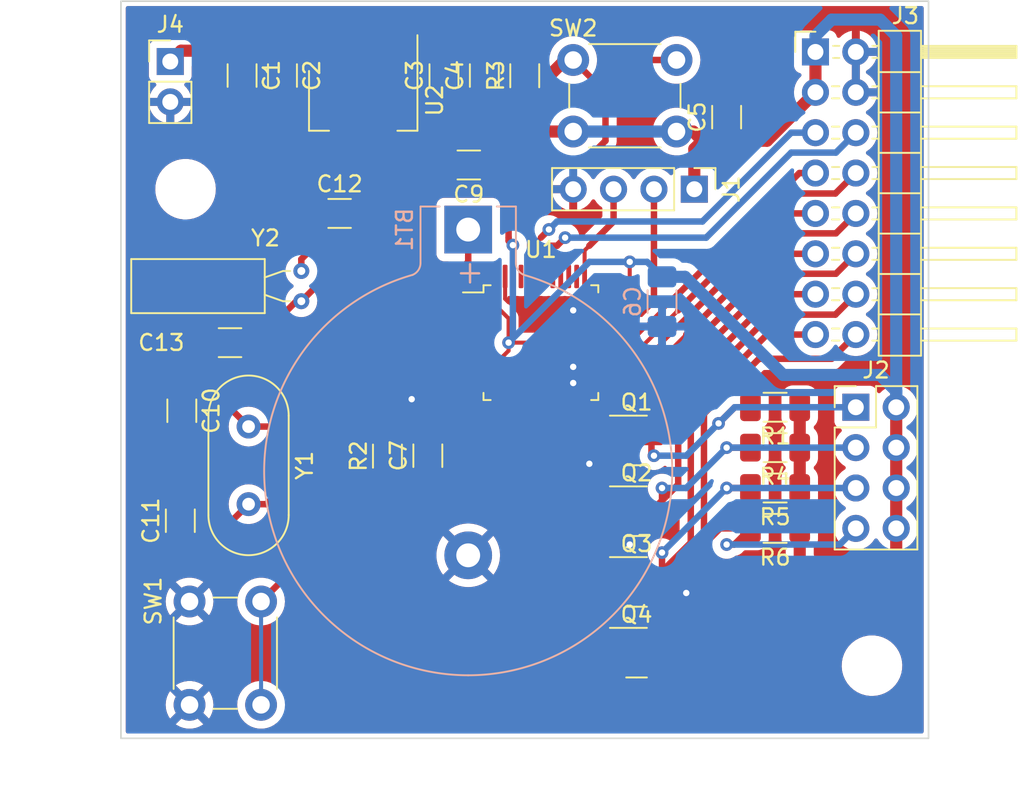
<source format=kicad_pcb>
(kicad_pcb (version 20221018) (generator pcbnew)
  (layers (0 "F.Cu" signal) (31 "B.Cu" signal) (34 "B.Paste" user) (35 "F.Paste" user) (36 "B.SilkS" user "B.Silkscreen") (37 "F.SilkS" user "F.Silkscreen") (38 "B.Mask" user) (39 "F.Mask" user) (44 "Edge.Cuts" user))
  (net 0 "")
  (net 1 "+3V3")
  (net 2 "+BATT")
  (net 4 "GND")
  (net 5 "VCC")
  (net 6 "/OSCIN")
  (net 7 "/OSCOUT")
  (net 8 "/OSC32IN")
  (net 9 "/OSC32OUT")
  (net 19 "/SWIO")
  (net 20 "/SWCLK")
  (net 21 "/OUT1")
  (net 22 "/OUT2")
  (net 23 "/OUT3")
  (net 24 "/OUT4")
  (net 25 "/TX")
  (net 26 "/RX")
  (net 27 "/SCK")
  (net 28 "/SDA")
  (net 30 "/SW1")
  (net 31 "/SW2")
  (net 34 "/SW3")
  (net 35 "/SW4")
  (net 36 "/OUT1L")
  (net 41 "/OUT2L")
  (net 42 "/OUT3L")
  (net 43 "/OUT4L")
  (net 46 "/RESET")
  (net 47 "/BOOT0")
  (footprint "Symbol:OSHW-Logo2_9.8x8mm_Copper" (layer "F.Cu") (at 53.34 127)
    (fp_text reference "REF**" hide)
    (fp_text value "OSHW-Logo2_9.8x8mm_Copper" hide)
  )
  (footprint "Capacitor_SMD:C_1206_3216Metric_Pad1.33x1.80mm_HandSolder" (layer "F.Cu") (at 51.8545 101.092)
    (fp_text reference "C12")
    (fp_text value "22p")
  )
  (footprint "Package_TO_SOT_SMD:SOT-23" (layer "F.Cu") (at 70.5335 115.372)
    (fp_text reference "Q1")
    (fp_text value "MMBT3904" hide)
  )
  (footprint "Capacitor_SMD:C_1206_3216Metric_Pad1.33x1.80mm_HandSolder" (layer "F.Cu") (at 45.72 92.4175 -90)
    (fp_text reference "C1")
    (fp_text value "100n")
  )
  (footprint "Resistor_SMD:R_1206_3216Metric_Pad1.30x1.75mm_HandSolder" (layer "F.Cu") (at 63.5 92.43 90)
    (fp_text reference "R3")
    (fp_text value "10K")
  )
  (footprint "MountingHole:MountingHole_3.2mm_M3" (layer "F.Cu") (at 42.164 99.568)
    (fp_text reference "REF**" hide)
    (fp_text value "MountingHole_3.2mm_M3" hide)
  )
  (footprint "Crystal:Crystal_C38-LF_D3.0mm_L8.0mm_Horizontal" (layer "F.Cu") (at 49.446 104.714 -90)
    (fp_text reference "Y2")
    (fp_text value "Crystal" hide)
  )
  (footprint "Connector_PinHeader_2.54mm:PinHeader_1x02_P2.54mm_Vertical" (layer "F.Cu") (at 41.20228 91.535985)
    (fp_text reference "J4")
    (fp_text value "Conn_01x02" hide)
  )
  (footprint "Resistor_SMD:R_1206_3216Metric_Pad1.30x1.75mm_HandSolder" (layer "F.Cu") (at 79.248 120.904 180)
    (fp_text reference "R6")
    (fp_text value "10K")
  )
  (footprint "Capacitor_SMD:C_1206_3216Metric_Pad1.33x1.80mm_HandSolder" (layer "F.Cu") (at 76.2 95.0345 90)
    (fp_text reference "C5")
    (fp_text value "100n")
  )
  (footprint "Capacitor_SMD:C_1206_3216Metric_Pad1.33x1.80mm_HandSolder" (layer "F.Cu") (at 59.9825 98.044 180)
    (fp_text reference "C9")
    (fp_text value "100n")
  )
  (footprint "Package_QFP:LQFP-48_7x7mm_P0.5mm" (layer "F.Cu") (at 64.516 109.22)
    (fp_text reference "U1")
    (fp_text value "STM32F103C6Tx")
  )
  (footprint "Package_TO_SOT_SMD:SOT-23" (layer "F.Cu") (at 70.5335 124.272)
    (fp_text reference "Q3")
    (fp_text value "MMBT3904" hide)
  )
  (footprint "Button_Switch_THT:SW_PUSH_6mm" (layer "F.Cu") (at 66.548 91.44)
    (fp_text reference "SW2")
    (fp_text value "Boot0")
  )
  (footprint "Package_TO_SOT_SMD:SOT-23" (layer "F.Cu") (at 70.5335 128.722)
    (fp_text reference "Q4")
    (fp_text value "MMBT3904" hide)
  )
  (footprint "Capacitor_SMD:C_1206_3216Metric_Pad1.33x1.80mm_HandSolder" (layer "F.Cu") (at 44.960948 109.22 180)
    (fp_text reference "C13")
    (fp_text value "22p")
  )
  (footprint "Connector_PinHeader_2.54mm:PinHeader_2x08_P2.54mm_Horizontal" (layer "F.Cu") (at 81.788 90.932)
    (fp_text reference "J3")
    (fp_text value "Conn_02x08_Odd_Even" hide)
  )
  (footprint "Resistor_SMD:R_1206_3216Metric_Pad1.30x1.75mm_HandSolder" (layer "F.Cu") (at 79.248 115.824 180)
    (fp_text reference "R4")
    (fp_text value "10K")
  )
  (footprint "Connector_PinHeader_2.54mm:PinHeader_1x04_P2.54mm_Vertical" (layer "F.Cu") (at 74.168 99.568 -90)
    (fp_text reference "J1")
    (fp_text value "Conn_01x04" hide)
  )
  (footprint "Resistor_SMD:R_1206_3216Metric_Pad1.30x1.75mm_HandSolder" (layer "F.Cu") (at 79.248 118.364 180)
    (fp_text reference "R5")
    (fp_text value "10K")
  )
  (footprint "Capacitor_SMD:C_1206_3216Metric_Pad1.33x1.80mm_HandSolder" (layer "F.Cu") (at 48.26 92.4175 -90)
    (fp_text reference "C2")
    (fp_text value "1u")
  )
  (footprint "Resistor_SMD:R_1206_3216Metric_Pad1.30x1.75mm_HandSolder" (layer "F.Cu") (at 79.248 113.284 180)
    (fp_text reference "R1")
    (fp_text value "10K")
  )
  (footprint "Resistor_SMD:R_1206_3216Metric_Pad1.30x1.75mm_HandSolder" (layer "F.Cu") (at 54.864 116.358 90)
    (fp_text reference "R2")
    (fp_text value "10K")
  )
  (footprint "Capacitor_SMD:C_1206_3216Metric_Pad1.33x1.80mm_HandSolder" (layer "F.Cu") (at 57.404 116.332 90)
    (fp_text reference "C7")
    (fp_text value "100n")
  )
  (footprint "Capacitor_SMD:C_1206_3216Metric_Pad1.33x1.80mm_HandSolder" (layer "F.Cu") (at 41.835043 120.422515 90)
    (fp_text reference "C11")
    (fp_text value "22p")
  )
  (footprint "Capacitor_SMD:C_1206_3216Metric_Pad1.33x1.80mm_HandSolder" (layer "F.Cu") (at 41.929081 113.504649 -90)
    (fp_text reference "C10")
    (fp_text value "22p")
  )
  (footprint "Button_Switch_THT:SW_PUSH_6mm" (layer "F.Cu") (at 42.414019 132.004449 90)
    (fp_text reference "SW1")
    (fp_text value "Reset")
  )
  (footprint "Capacitor_SMD:C_1206_3216Metric_Pad1.33x1.80mm_HandSolder" (layer "F.Cu") (at 60.96 92.4175 90)
    (fp_text reference "C4")
    (fp_text value "100n")
  )
  (footprint "Package_TO_SOT_SMD:SOT-23" (layer "F.Cu") (at 70.5335 119.822)
    (fp_text reference "Q2")
    (fp_text value "MMBT3904" hide)
  )
  (footprint "Connector_PinHeader_2.54mm:PinHeader_2x04_P2.54mm_Vertical" (layer "F.Cu") (at 84.328 113.284)
    (fp_text reference "J2")
    (fp_text value "Conn_02x04_Odd_Even" hide)
  )
  (footprint "Crystal:Crystal_HC49-U_Vertical" (layer "F.Cu") (at 46.127499 114.5 -90)
    (fp_text reference "Y1")
    (fp_text value "Crystal")
  )
  (footprint "Package_TO_SOT_SMD:SOT-223-3_TabPin2" (layer "F.Cu") (at 53.34 93.98 -90)
    (fp_text reference "U2")
    (fp_text value "LM1117MP-3.3" hide)
  )
  (footprint "Capacitor_SMD:C_1206_3216Metric_Pad1.33x1.80mm_HandSolder" (layer "F.Cu") (at 58.42 92.4175 90)
    (fp_text reference "C3")
    (fp_text value "1u")
  )
  (footprint "MountingHole:MountingHole_3.2mm_M3" (layer "F.Cu") (at 85.344 129.54)
    (fp_text reference "REF**" hide)
    (fp_text value "MountingHole_3.2mm_M3" hide)
  )
  (footprint "Capacitor_SMD:C_1206_3216Metric_Pad1.33x1.80mm_HandSolder" (layer "B.Cu") (at 72.136 106.6415 -90)
    (fp_text reference "C6")
    (fp_text value "100n")
  )
  (footprint "Battery:BatteryHolder_Keystone_104_1x23mm" (layer "B.Cu") (at 59.944 102.108 -90)
    (fp_text reference "BT1")
    (fp_text value "Battery_Cell")
  )
  (gr_rect (start 38.1 87.741147) (end 88.9 134.112) (stroke (width 0.1)) (fill none) (layer "Edge.Cuts"))
  (gr_text "github.com/the-this-pointer" (at 48.768 133.096) (layer "F.Cu") (effects (font (size 1.5 1.5) (thickness 0.3) bold) (justify left bottom)))
  (segment (start 62.484 102.616) (end 62.484 102.81566) (width 0.4064) (layer "F.Cu") (net 1))
  (segment (start 86.868 118.364) (end 86.868 120.904) (width 0.762) (layer "F.Cu") (net 1))
  (segment (start 80.798 118.364) (end 80.798 120.904) (width 0.762) (layer "F.Cu") (net 1))
  (segment (start 61.545 98.044) (end 61.545 97.315) (width 0.4064) (layer "F.Cu") (net 1))
  (segment (start 53.34 95.368) (end 54.728 93.98) (width 0.762) (layer "F.Cu") (net 1))
  (segment (start 62.484 109.728) (end 62.484 109.22) (width 0.254) (layer "F.Cu") (net 1))
  (segment (start 86.868 113.284) (end 86.868 115.824) (width 0.762) (layer "F.Cu") (net 1))
  (segment (start 62.484 102.81566) (end 62.753797 103.085457) (width 0.4064) (layer "F.Cu") (net 1))
  (segment (start 62.484 98.983) (end 61.545 98.044) (width 0.4064) (layer "F.Cu") (net 1))
  (segment (start 86.868 120.904) (end 86.868 122.936) (width 0.762) (layer "F.Cu") (net 1))
  (segment (start 76.2 96.597) (end 76.277 96.52) (width 0.762) (layer "F.Cu") (net 1))
  (segment (start 57.3905 117.908) (end 57.404 117.8945) (width 0.4064) (layer "F.Cu") (net 1))
  (segment (start 61.742 110.47) (end 62.484 109.728) (width 0.254) (layer "F.Cu") (net 1))
  (segment (start 58.928 110.744) (end 58.928 114.3385) (width 0.254) (layer "F.Cu") (net 1))
  (segment (start 81.788 93.472) (end 81.788 90.932) (width 0.762) (layer "F.Cu") (net 1))
  (segment (start 58.928 116.84) (end 58.928 114.3) (width 0.4064) (layer "F.Cu") (net 1))
  (segment (start 86.868 115.824) (end 86.868 118.364) (width 0.762) (layer "F.Cu") (net 1))
  (segment (start 81.788 123.952) (end 80.798 122.962) (width 0.762) (layer "F.Cu") (net 1))
  (segment (start 73.048 95.94) (end 74.096 95.94) (width 0.762) (layer "F.Cu") (net 1))
  (segment (start 66.548 109.22) (end 62.484 109.22) (width 0.254) (layer "F.Cu") (net 1))
  (segment (start 66.548 95.94) (end 62.92 95.94) (width 0.762) (layer "F.Cu") (net 1))
  (segment (start 62.484 102.616) (end 62.484 98.983) (width 0.4064) (layer "F.Cu") (net 1))
  (segment (start 57.404 117.8945) (end 57.8735 117.8945) (width 0.4064) (layer "F.Cu") (net 1))
  (segment (start 70.104 106.172) (end 70.104 104.14) (width 0.254) (layer "F.Cu") (net 1))
  (segment (start 67.2782 113.3703) (end 67.2782 109.9502) (width 0.254) (layer "F.Cu") (net 1))
  (segment (start 67.266 113.3825) (end 67.2782 113.3703) (width 0.254) (layer "F.Cu") (net 1))
  (segment (start 62.484 107.696) (end 61.766 106.978) (width 0.254) (layer "F.Cu") (net 1))
  (segment (start 60.3535 110.47) (end 59.202 110.47) (width 0.254) (layer "F.Cu") (net 1))
  (segment (start 74.168 99.568) (end 74.168 97.028) (width 0.762) (layer "F.Cu") (net 1))
  (segment (start 62.92 95.94) (end 60.96 93.98) (width 0.762) (layer "F.Cu") (net 1))
  (segment (start 86.868 122.936) (end 85.852 123.952) (width 0.762) (layer "F.Cu") (net 1))
  (segment (start 54.864 117.908) (end 57.3905 117.908) (width 0.4064) (layer "F.Cu") (net 1))
  (segment (start 76.277 96.52) (end 78.74 96.52) (width 0.762) (layer "F.Cu") (net 1))
  (segment (start 62.484 109.22) (end 62.484 107.696) (width 0.254) (layer "F.Cu") (net 1))
  (segment (start 67.2782 109.9502) (end 66.548 109.22) (width 0.254) (layer "F.Cu") (net 1))
  (segment (start 68.6785 106.47) (end 69.806 106.47) (width 0.254) (layer "F.Cu") (net 1))
  (segment (start 61.545 97.315) (end 62.92 95.94) (width 0.4064) (layer "F.Cu") (net 1))
  (segment (start 53.34 97.13) (end 53.34 95.368) (width 0.762) (layer "F.Cu") (net 1))
  (segment (start 76.123 96.52) (end 76.2 96.597) (width 0.762) (layer "F.Cu") (net 1))
  (segment (start 74.676 96.52) (end 76.123 96.52) (width 0.762) (layer "F.Cu") (net 1))
  (segment (start 78.74 96.52) (end 81.788 93.472) (width 0.762) (layer "F.Cu") (net 1))
  (segment (start 80.798 113.284) (end 80.798 115.824) (width 0.762) (layer "F.Cu") (net 1))
  (segment (start 61.766 106.978) (end 61.766 105.0575) (width 0.254) (layer "F.Cu") (net 1))
  (segment (start 85.852 123.952) (end 81.788 123.952) (width 0.762) (layer "F.Cu") (net 1))
  (segment (start 57.8735 117.8945) (end 58.928 116.84) (width 0.4064) (layer "F.Cu") (net 1))
  (segment (start 54.728 93.98) (end 53.34 92.592) (width 0.762) (layer "F.Cu") (net 1))
  (segment (start 69.806 106.47) (end 70.104 106.172) (width 0.254) (layer "F.Cu") (net 1))
  (segment (start 59.202 110.47) (end 58.928 110.744) (width 0.254) (layer "F.Cu") (net 1))
  (segment (start 60.3535 110.47) (end 61.742 110.47) (width 0.254) (layer "F.Cu") (net 1))
  (segment (start 80.798 122.962) (end 80.798 120.904) (width 0.762) (layer "F.Cu") (net 1))
  (segment (start 74.168 97.028) (end 74.676 96.52) (width 0.762) (layer "F.Cu") (net 1))
  (segment (start 58.42 93.98) (end 54.728 93.98) (width 0.762) (layer "F.Cu") (net 1))
  (segment (start 60.96 93.98) (end 58.42 93.98) (width 0.762) (layer "F.Cu") (net 1))
  (segment (start 80.798 115.824) (end 80.798 118.364) (width 0.762) (layer "F.Cu") (net 1))
  (segment (start 53.34 92.592) (end 53.34 90.83) (width 0.762) (layer "F.Cu") (net 1))
  (segment (start 74.096 95.94) (end 74.676 96.52) (width 0.762) (layer "F.Cu") (net 1))
  (via (at 62.753797 103.085457) (size 0.8) (drill 0.4) (layers "F.Cu" "B.Cu") (net 1))
  (via (at 70.104 104.14) (size 0.8) (drill 0.4) (layers "F.Cu" "B.Cu") (net 1))
  (via (at 62.484 109.22) (size 0.8) (drill 0.4) (layers "F.Cu" "B.Cu") (net 1))
  (segment (start 85.852 88.9) (end 86.868 89.916) (width 0.762) (layer "B.Cu") (net 1))
  (segment (start 82.804 88.9) (end 85.852 88.9) (width 0.762) (layer "B.Cu") (net 1))
  (segment (start 86.868 112.268) (end 85.852 111.252) (width 0.762) (layer "B.Cu") (net 1))
  (segment (start 66.548 95.94) (end 73.048 95.94) (width 0.762) (layer "B.Cu") (net 1))
  (segment (start 81.788 89.916) (end 82.804 88.9) (width 0.762) (layer "B.Cu") (net 1))
  (segment (start 73.583 105.079) (end 72.136 105.079) (width 0.762) (layer "B.Cu") (net 1))
  (segment (start 67.564 104.14) (end 70.104 104.14) (width 0.4064) (layer "B.Cu") (net 1))
  (segment (start 72.136 105.079) (end 71.197 104.14) (width 0.4064) (layer "B.Cu") (net 1))
  (segment (start 79.756 111.252) (end 73.583 105.079) (width 0.762) (layer "B.Cu") (net 1))
  (segment (start 86.868 89.916) (end 86.868 113.284) (width 0.762) (layer "B.Cu") (net 1))
  (segment (start 71.197 104.14) (end 70.104 104.14) (width 0.4064) (layer "B.Cu") (net 1))
  (segment (start 62.753797 103.085457) (end 62.753797 108.950203) (width 0.4064) (layer "B.Cu") (net 1))
  (segment (start 81.788 90.932) (end 81.788 89.916) (width 0.762) (layer "B.Cu") (net 1))
  (segment (start 86.868 113.284) (end 86.868 112.268) (width 0.762) (layer "B.Cu") (net 1))
  (segment (start 85.852 111.252) (end 79.756 111.252) (width 0.762) (layer "B.Cu") (net 1))
  (segment (start 62.753797 108.950203) (end 62.484 109.22) (width 0.4064) (layer "B.Cu") (net 1))
  (segment (start 62.484 109.22) (end 67.564 104.14) (width 0.4064) (layer "B.Cu") (net 1))
  (segment (start 60.3535 106.47) (end 59.226 106.47) (width 0.254) (layer "F.Cu") (net 2))
  (segment (start 58.928 106.172) (end 58.928 105.156) (width 0.254) (layer "F.Cu") (net 2))
  (segment (start 58.928 105.156) (end 59.944 104.14) (width 0.4064) (layer "F.Cu") (net 2))
  (segment (start 59.944 104.14) (end 59.944 102.108) (width 0.4064) (layer "F.Cu") (net 2))
  (segment (start 59.226 106.47) (end 58.928 106.172) (width 0.254) (layer "F.Cu") (net 2))
  (segment (start 66.766 106.97) (end 68.6785 106.97) (width 0.254) (layer "F.Cu") (net 4))
  (segment (start 57.404 114.7695) (end 57.404 111.76) (width 0.4064) (layer "F.Cu") (net 4))
  (segment (start 66.766 113.3825) (end 66.766 111.978) (width 0.254) (layer "F.Cu") (net 4))
  (segment (start 60.3535 109.97) (end 58.686 109.97) (width 0.254) (layer "F.Cu") (net 4))
  (segment (start 66.548 107.188) (end 66.766 106.97) (width 0.254) (layer "F.Cu") (net 4))
  (segment (start 58.686 109.97) (end 57.404 111.252) (width 0.254) (layer "F.Cu") (net 4))
  (segment (start 66.766 111.978) (end 66.548 111.76) (width 0.254) (layer "F.Cu") (net 4))
  (segment (start 62.266 106.462) (end 62.484 106.68) (width 0.254) (layer "F.Cu") (net 4))
  (segment (start 62.266 105.0575) (end 62.266 106.462) (width 0.254) (layer "F.Cu") (net 4))
  (segment (start 57.404 111.252) (end 57.404 111.76) (width 0.254) (layer "F.Cu") (net 4))
  (via (at 56.388 112.776) (size 0.8) (drill 0.4) (layers "F.Cu" "B.Cu") (net 4))
  (via (at 67.564 116.84) (size 0.8) (drill 0.4) (layers "F.Cu" "B.Cu") (net 4))
  (via (at 73.66 124.968) (size 0.8) (drill 0.4) (layers "F.Cu" "B.Cu") (net 4))
  (via (at 66.548 110.744) (size 0.8) (drill 0.4) (layers "F.Cu" "B.Cu") (net 4))
  (via (at 70.104 121.92) (size 0.8) (drill 0.4) (layers "F.Cu" "B.Cu") (net 4))
  (via (at 66.548 107.188) (size 0.8) (drill 0.4) (layers "F.Cu" "B.Cu") (net 4))
  (via (at 66.548 111.76) (size 0.8) (drill 0.4) (layers "F.Cu" "B.Cu") (net 4))
  (segment (start 72.136 108.204) (end 67.564 108.204) (width 0.4064) (layer "B.Cu") (net 4))
  (segment (start 67.564 108.204) (end 66.548 107.188) (width 0.4064) (layer "B.Cu") (net 4))
  (segment (start 48.26 90.855) (end 45.72 90.855) (width 0.762) (layer "F.Cu") (net 5))
  (segment (start 48.285 90.83) (end 48.26 90.855) (width 0.762) (layer "F.Cu") (net 5))
  (segment (start 51.04 90.83) (end 48.285 90.83) (width 0.762) (layer "F.Cu") (net 5))
  (segment (start 45.72 90.855) (end 41.883265 90.855) (width 0.762) (layer "F.Cu") (net 5))
  (segment (start 41.883265 90.855) (end 41.20228 91.535985) (width 0.762) (layer "F.Cu") (net 5))
  (segment (start 60.3535 108.47) (end 57.138 108.47) (width 0.254) (layer "F.Cu") (net 6))
  (segment (start 51.108 114.5) (end 46.127499 114.5) (width 0.4064) (layer "F.Cu") (net 6))
  (segment (start 41.929081 111.942149) (end 43.569648 111.942149) (width 0.4064) (layer "F.Cu") (net 6))
  (segment (start 57.138 108.47) (end 56.896 108.712) (width 0.254) (layer "F.Cu") (net 6))
  (segment (start 43.569648 111.942149) (end 46.127499 114.5) (width 0.4064) (layer "F.Cu") (net 6))
  (segment (start 56.896 108.712) (end 51.108 114.5) (width 0.4064) (layer "F.Cu") (net 6))
  (segment (start 41.835043 121.985015) (end 43.522484 121.985015) (width 0.4064) (layer "F.Cu") (net 7))
  (segment (start 60.3535 108.97) (end 57.654 108.97) (width 0.254) (layer "F.Cu") (net 7))
  (segment (start 56.896 109.728) (end 47.244 119.38) (width 0.4064) (layer "F.Cu") (net 7))
  (segment (start 57.654 108.97) (end 56.896 109.728) (width 0.254) (layer "F.Cu") (net 7))
  (segment (start 43.522484 121.985015) (end 46.127499 119.38) (width 0.4064) (layer "F.Cu") (net 7))
  (segment (start 47.244 119.38) (end 46.127499 119.38) (width 0.4064) (layer "F.Cu") (net 7))
  (segment (start 49.446 103.97) (end 50.292 103.124) (width 0.4064) (layer "F.Cu") (net 8))
  (segment (start 50.8 103.124) (end 54.3782 103.124) (width 0.4064) (layer "F.Cu") (net 8))
  (segment (start 50.292 101.092) (end 50.292 102.616) (width 0.4064) (layer "F.Cu") (net 8))
  (segment (start 54.4442 103.19) (end 57.912 106.6578) (width 0.4064) (layer "F.Cu") (net 8))
  (segment (start 54.3782 103.124) (end 54.4442 103.19) (width 0.4064) (layer "F.Cu") (net 8))
  (segment (start 58.702 107.47) (end 57.912 106.68) (width 0.254) (layer "F.Cu") (net 8))
  (segment (start 50.292 102.616) (end 50.8 103.124) (width 0.4064) (layer "F.Cu") (net 8))
  (segment (start 60.3535 107.47) (end 58.702 107.47) (width 0.254) (layer "F.Cu") (net 8))
  (segment (start 49.446 104.714) (end 49.446 103.97) (width 0.4064) (layer "F.Cu") (net 8))
  (segment (start 50.292 103.124) (end 50.8 103.124) (width 0.4064) (layer "F.Cu") (net 8))
  (segment (start 58.186 107.97) (end 57.404 107.188) (width 0.254) (layer "F.Cu") (net 9))
  (segment (start 49.446 106.614) (end 49.129448 106.614) (width 0.4064) (layer "F.Cu") (net 9))
  (segment (start 49.446 106.614) (end 51.92 104.14) (width 0.4064) (layer "F.Cu") (net 9))
  (segment (start 49.129448 106.614) (end 46.523448 109.22) (width 0.4064) (layer "F.Cu") (net 9))
  (segment (start 51.92 104.14) (end 54.356 104.14) (width 0.4064) (layer "F.Cu") (net 9))
  (segment (start 60.3535 107.97) (end 58.186 107.97) (width 0.254) (layer "F.Cu") (net 9))
  (segment (start 54.356 104.14) (end 57.404 107.188) (width 0.4064) (layer "F.Cu") (net 9))
  (segment (start 68.6785 107.47) (end 70.838 107.47) (width 0.254) (layer "F.Cu") (net 19))
  (segment (start 70.838 107.47) (end 71.628 106.68) (width 0.254) (layer "F.Cu") (net 19))
  (segment (start 71.628 99.568) (end 71.628 106.68) (width 0.4064) (layer "F.Cu") (net 19))
  (segment (start 67.266 105.0575) (end 67.266 103.422) (width 0.254) (layer "F.Cu") (net 20))
  (segment (start 67.564 103.124) (end 69.088 101.6) (width 0.4064) (layer "F.Cu") (net 20))
  (segment (start 69.088 101.6) (end 69.088 99.568) (width 0.4064) (layer "F.Cu") (net 20))
  (segment (start 67.266 103.422) (end 67.564 103.124) (width 0.254) (layer "F.Cu") (net 20))
  (segment (start 81.788 106.172) (end 79.248 106.172) (width 0.4064) (layer "F.Cu") (net 21))
  (segment (start 71.471 113.949) (end 71.471 115.372) (width 0.4064) (layer "F.Cu") (net 21))
  (segment (start 76.708 113.284) (end 77.698 113.284) (width 0.4064) (layer "F.Cu") (net 21))
  (segment (start 75.692 114.3) (end 76.708 113.284) (width 0.4064) (layer "F.Cu") (net 21))
  (segment (start 79.248 106.172) (end 71.471 113.949) (width 0.4064) (layer "F.Cu") (net 21))
  (segment (start 71.471 115.372) (end 71.471 116.175) (width 0.4064) (layer "F.Cu") (net 21))
  (segment (start 71.471 116.175) (end 71.628 116.332) (width 0.4064) (layer "F.Cu") (net 21))
  (via (at 75.692 114.3) (size 0.8) (drill 0.4) (layers "F.Cu" "B.Cu") (net 21))
  (via (at 71.628 116.332) (size 0.8) (drill 0.4) (layers "F.Cu" "B.Cu") (net 21))
  (segment (start 84.328 113.284) (end 76.708 113.284) (width 0.4064) (layer "B.Cu") (net 21))
  (segment (start 76.708 113.284) (end 75.692 114.3) (width 0.4064) (layer "B.Cu") (net 21))
  (segment (start 71.628 116.332) (end 73.66 116.332) (width 0.4064) (layer "B.Cu") (net 21))
  (segment (start 73.66 116.332) (end 75.692 114.3) (width 0.4064) (layer "B.Cu") (net 21))
  (segment (start 73.152 118.141) (end 71.7705 119.5225) (width 0.4064) (layer "F.Cu") (net 22))
  (segment (start 83.0412 107.4588) (end 78.9772 107.4588) (width 0.4064) (layer "F.Cu") (net 22))
  (segment (start 84.328 106.172) (end 83.0412 107.4588) (width 0.4064) (layer "F.Cu") (net 22))
  (segment (start 71.7705 119.5225) (end 71.471 119.822) (width 0.4064) (layer "F.Cu") (net 22))
  (segment (start 72.136 118.364) (end 72.136 119.157) (width 0.4064) (layer "F.Cu") (net 22))
  (segment (start 73.152 113.284) (end 73.152 118.141) (width 0.4064) (layer "F.Cu") (net 22))
  (segment (start 72.136 119.157) (end 71.7705 119.5225) (width 0.4064) (layer "F.Cu") (net 22))
  (segment (start 78.9772 107.4588) (end 73.152 113.284) (width 0.4064) (layer "F.Cu") (net 22))
  (segment (start 77.698 115.824) (end 76.2 115.824) (width 0.4064) (layer "F.Cu") (net 22))
  (via (at 76.2 115.824) (size 0.8) (drill 0.4) (layers "F.Cu" "B.Cu") (net 22))
  (via (at 72.136 118.364) (size 0.8) (drill 0.4) (layers "F.Cu" "B.Cu") (net 22))
  (segment (start 84.328 115.824) (end 76.2 115.824) (width 0.4064) (layer "B.Cu") (net 22))
  (segment (start 73.66 118.364) (end 72.136 118.364) (width 0.4064) (layer "B.Cu") (net 22))
  (segment (start 76.2 115.824) (end 73.66 118.364) (width 0.4064) (layer "B.Cu") (net 22))
  (segment (start 72.136 122.428) (end 72.136 123.607) (width 0.4064) (layer "F.Cu") (net 23))
  (segment (start 73.945198 113.506802) (end 78.74 108.712) (width 0.4064) (layer "F.Cu") (net 23))
  (segment (start 77.698 118.364) (end 76.2 118.364) (width 0.4064) (layer "F.Cu") (net 23))
  (segment (start 71.9635 123.7795) (end 73.945198 121.797802) (width 0.4064) (layer "F.Cu") (net 23))
  (segment (start 72.136 123.607) (end 71.9635 123.7795) (width 0.4064) (layer "F.Cu") (net 23))
  (segment (start 71.471 124.272) (end 71.9635 123.7795) (width 0.4064) (layer "F.Cu") (net 23))
  (segment (start 73.945198 121.797802) (end 73.945198 113.506802) (width 0.4064) (layer "F.Cu") (net 23))
  (segment (start 78.74 108.712) (end 81.788 108.712) (width 0.4064) (layer "F.Cu") (net 23))
  (via (at 72.136 122.428) (size 0.8) (drill 0.4) (layers "F.Cu" "B.Cu") (net 23))
  (via (at 76.2 118.364) (size 0.8) (drill 0.4) (layers "F.Cu" "B.Cu") (net 23))
  (segment (start 76.2 118.364) (end 72.136 122.428) (width 0.4064) (layer "B.Cu") (net 23))
  (segment (start 84.328 118.364) (end 76.2 118.364) (width 0.4064) (layer "B.Cu") (net 23))
  (segment (start 74.7744 113.6936) (end 74.7744 121.92) (width 0.4064) (layer "F.Cu") (net 24))
  (segment (start 75.7904 120.904) (end 74.7744 121.92) (width 0.4064) (layer "F.Cu") (net 24))
  (segment (start 76.2 121.92) (end 76.682 121.92) (width 0.4064) (layer "F.Cu") (net 24))
  (segment (start 74.7744 121.92) (end 74.7744 125.4186) (width 0.4064) (layer "F.Cu") (net 24))
  (segment (start 76.682 121.92) (end 77.698 120.904) (width 0.4064) (layer "F.Cu") (net 24))
  (segment (start 82.804 110.236) (end 78.232 110.236) (width 0.4064) (layer "F.Cu") (net 24))
  (segment (start 84.328 108.712) (end 82.804 110.236) (width 0.4064) (layer "F.Cu") (net 24))
  (segment (start 77.698 120.904) (end 75.7904 120.904) (width 0.4064) (layer "F.Cu") (net 24))
  (segment (start 74.7744 125.4186) (end 71.471 128.722) (width 0.4064) (layer "F.Cu") (net 24))
  (segment (start 78.232 110.236) (end 74.7744 113.6936) (width 0.4064) (layer "F.Cu") (net 24))
  (via (at 76.2 121.92) (size 0.8) (drill 0.4) (layers "F.Cu" "B.Cu") (net 24))
  (segment (start 84.328 120.904) (end 83.312 121.92) (width 0.4064) (layer "B.Cu") (net 24))
  (segment (start 83.312 121.92) (end 76.2 121.92) (width 0.4064) (layer "B.Cu") (net 24))
  (segment (start 73.152 107.188) (end 80.5012 99.8388) (width 0.4064) (layer "F.Cu") (net 25))
  (segment (start 68.6785 109.47) (end 70.87 109.47) (width 0.254) (layer "F.Cu") (net 25))
  (segment (start 83.0412 99.8388) (end 84.328 98.552) (width 0.4064) (layer "F.Cu") (net 25))
  (segment (start 70.87 109.47) (end 73.152 107.188) (width 0.254) (layer "F.Cu") (net 25))
  (segment (start 80.5012 99.8388) (end 83.0412 99.8388) (width 0.4064) (layer "F.Cu") (net 25))
  (segment (start 80.772 98.552) (end 81.788 98.552) (width 0.4064) (layer "F.Cu") (net 26))
  (segment (start 72.644 106.68) (end 80.772 98.552) (width 0.4064) (layer "F.Cu") (net 26))
  (segment (start 70.354 108.97) (end 72.644 106.68) (width 0.254) (layer "F.Cu") (net 26))
  (segment (start 68.6785 108.97) (end 70.354 108.97) (width 0.254) (layer "F.Cu") (net 26))
  (segment (start 65.532 103.124) (end 66.04 102.616) (width 0.4064) (layer "F.Cu") (net 27))
  (segment (start 64.766 105.0575) (end 64.766 103.382) (width 0.254) (layer "F.Cu") (net 27))
  (segment (start 64.766 103.382) (end 65.024 103.124) (width 0.254) (layer "F.Cu") (net 27))
  (segment (start 65.024 103.124) (end 65.532 103.124) (width 0.4064) (layer "F.Cu") (net 27))
  (via (at 66.04 102.616) (size 0.8) (drill 0.4) (layers "F.Cu" "B.Cu") (net 27))
  (segment (start 83.0748 97.2652) (end 84.328 96.012) (width 0.4064) (layer "B.Cu") (net 27))
  (segment (start 80.264 97.2652) (end 83.0748 97.2652) (width 0.4064) (layer "B.Cu") (net 27))
  (segment (start 74.9132 102.616) (end 80.264 97.2652) (width 0.4064) (layer "B.Cu") (net 27))
  (segment (start 66.04 102.616) (end 74.9132 102.616) (width 0.4064) (layer "B.Cu") (net 27))
  (segment (start 64.266 102.866) (end 64.516 102.616) (width 0.254) (layer "F.Cu") (net 28))
  (segment (start 64.516 102.616) (end 65.018286 102.113714) (width 0.4064) (layer "F.Cu") (net 28))
  (segment (start 64.266 105.0575) (end 64.266 102.866) (width 0.254) (layer "F.Cu") (net 28))
  (segment (start 65.018286 102.113714) (end 65.018286 102.102286) (width 0.4064) (layer "F.Cu") (net 28))
  (via (at 65.018286 102.102286) (size 0.8) (drill 0.4) (layers "F.Cu" "B.Cu") (net 28))
  (segment (start 65.532 101.6) (end 65.024 102.108) (width 0.4064) (layer "B.Cu") (net 28))
  (segment (start 74.676 101.6) (end 65.532 101.6) (width 0.4064) (layer "B.Cu") (net 28))
  (segment (start 80.264 96.012) (end 74.676 101.6) (width 0.4064) (layer "B.Cu") (net 28))
  (segment (start 81.788 96.012) (end 80.264 96.012) (width 0.4064) (layer "B.Cu") (net 28))
  (segment (start 72.434 111.97) (end 73.66 110.744) (width 0.254) (layer "F.Cu") (net 30))
  (segment (start 68.6785 111.97) (end 72.434 111.97) (width 0.254) (layer "F.Cu") (net 30))
  (segment (start 79.5188 104.8852) (end 83.0748 104.8852) (width 0.4064) (layer "F.Cu") (net 30))
  (segment (start 83.0748 104.8852) (end 84.328 103.632) (width 0.4064) (layer "F.Cu") (net 30))
  (segment (start 73.66 110.744) (end 79.5188 104.8852) (width 0.4064) (layer "F.Cu") (net 30))
  (segment (start 73.406 109.982) (end 79.756 103.632) (width 0.4064) (layer "F.Cu") (net 31))
  (segment (start 71.918 111.47) (end 73.406 109.982) (width 0.254) (layer "F.Cu") (net 31))
  (segment (start 79.756 103.632) (end 81.788 103.632) (width 0.4064) (layer "F.Cu") (net 31))
  (segment (start 68.6785 111.47) (end 71.918 111.47) (width 0.254) (layer "F.Cu") (net 31))
  (segment (start 83.0748 102.3452) (end 84.328 101.092) (width 0.4064) (layer "F.Cu") (net 34))
  (segment (start 80.0268 102.3452) (end 83.0748 102.3452) (width 0.4064) (layer "F.Cu") (net 34))
  (segment (start 73.66 108.712) (end 80.0268 102.3452) (width 0.4064) (layer "F.Cu") (net 34))
  (segment (start 68.6785 110.97) (end 71.402 110.97) (width 0.254) (layer "F.Cu") (net 34))
  (segment (start 71.402 110.97) (end 73.66 108.712) (width 0.254) (layer "F.Cu") (net 34))
  (segment (start 70.886 110.47) (end 73.152 108.204) (width 0.254) (layer "F.Cu") (net 35))
  (segment (start 68.6785 110.47) (end 70.886 110.47) (width 0.254) (layer "F.Cu") (net 35))
  (segment (start 73.152 108.204) (end 80.264 101.092) (width 0.4064) (layer "F.Cu") (net 35))
  (segment (start 80.264 101.092) (end 81.788 101.092) (width 0.4064) (layer "F.Cu") (net 35))
  (segment (start 66.266 113.3825) (end 66.266 115.034) (width 0.254) (layer "F.Cu") (net 36))
  (segment (start 66.548 115.316) (end 67.564 115.316) (width 0.254) (layer "F.Cu") (net 36))
  (segment (start 67.564 115.316) (end 68.702 115.316) (width 0.4064) (layer "F.Cu") (net 36))
  (segment (start 66.266 115.034) (end 66.548 115.316) (width 0.254) (layer "F.Cu") (net 36))
  (segment (start 68.702 115.316) (end 69.596 114.422) (width 0.4064) (layer "F.Cu") (net 36))
  (segment (start 65.766 116.566) (end 66.04 116.84) (width 0.254) (layer "F.Cu") (net 41))
  (segment (start 65.766 113.3825) (end 65.766 116.566) (width 0.254) (layer "F.Cu") (net 41))
  (segment (start 66.04 116.84) (end 68.072 118.872) (width 0.4064) (layer "F.Cu") (net 41))
  (segment (start 68.072 118.872) (end 69.596 118.872) (width 0.4064) (layer "F.Cu") (net 41))
  (segment (start 65.266 117.59) (end 65.266 113.3825) (width 0.254) (layer "F.Cu") (net 42))
  (segment (start 67.564 119.888) (end 65.532 117.856) (width 0.4064) (layer "F.Cu") (net 42))
  (segment (start 67.564 121.29) (end 67.564 119.888) (width 0.4064) (layer "F.Cu") (net 42))
  (segment (start 69.596 123.322) (end 67.564 121.29) (width 0.4064) (layer "F.Cu") (net 42))
  (segment (start 65.532 117.856) (end 65.266 117.59) (width 0.254) (layer "F.Cu") (net 42))
  (segment (start 67.056 125.232) (end 67.056 122.428) (width 0.4064) (layer "F.Cu") (net 43))
  (segment (start 66.04 119.888) (end 64.766 118.614) (width 0.4064) (layer "F.Cu") (net 43))
  (segment (start 64.766 113.3825) (end 64.766 117.856) (width 0.254) (layer "F.Cu") (net 43))
  (segment (start 67.056 122.428) (end 66.548 121.92) (width 0.4064) (layer "F.Cu") (net 43))
  (segment (start 66.548 121.92) (end 66.548 120.396) (width 0.4064) (layer "F.Cu") (net 43))
  (segment (start 64.766 117.856) (end 64.766 118.614) (width 0.254) (layer "F.Cu") (net 43))
  (segment (start 66.548 120.396) (end 66.04 119.888) (width 0.4064) (layer "F.Cu") (net 43))
  (segment (start 69.596 127.772) (end 67.056 125.232) (width 0.4064) (layer "F.Cu") (net 43))
  (segment (start 49.784 117.856) (end 49.784 122.634468) (width 0.4064) (layer "F.Cu") (net 46))
  (segment (start 60.3535 109.47) (end 58.17 109.47) (width 0.254) (layer "F.Cu") (net 46))
  (segment (start 49.784 122.634468) (end 46.914019 125.504449) (width 0.4064) (layer "F.Cu") (net 46))
  (segment (start 54.864 112.776) (end 49.784 117.856) (width 0.4064) (layer "F.Cu") (net 46))
  (segment (start 58.17 109.47) (end 57.404 110.236) (width 0.254) (layer "F.Cu") (net 46))
  (segment (start 57.404 110.236) (end 54.864 112.776) (width 0.4064) (layer "F.Cu") (net 46))
  (segment (start 54.864 112.776) (end 54.864 114.808) (width 0.4064) (layer "F.Cu") (net 46))
  (segment (start 46.914019 132.004449) (end 46.914019 125.504449) (width 0.254) (layer "B.Cu") (net 46))
  (segment (start 66.04 91.44) (end 63.5 93.98) (width 0.762) (layer "F.Cu") (net 47))
  (segment (start 66.548 91.44) (end 66.04 91.44) (width 0.762) (layer "F.Cu") (net 47))
  (segment (start 64.390616 97.661384) (end 63.766 98.286) (width 0.4064) (layer "F.Cu") (net 47))
  (segment (start 68.58 93.472) (end 68.58 96.52) (width 0.4064) (layer "F.Cu") (net 47))
  (segment (start 63.766 98.286) (end 63.766 102.616) (width 0.4064) (layer "F.Cu") (net 47))
  (segment (start 70.612 91.44) (end 73.048 91.44) (width 0.4064) (layer "F.Cu") (net 47))
  (segment (start 68.58 96.52) (end 67.438616 97.661384) (width 0.4064) (layer "F.Cu") (net 47))
  (segment (start 63.766 105.0575) (end 63.766 102.616) (width 0.254) (layer "F.Cu") (net 47))
  (segment (start 68.58 93.472) (end 70.612 91.44) (width 0.4064) (layer "F.Cu") (net 47))
  (segment (start 66.548 91.44) (end 68.58 93.472) (width 0.4064) (layer "F.Cu") (net 47))
  (segment (start 67.438616 97.661384) (end 64.390616 97.661384) (width 0.4064) (layer "F.Cu") (net 47))
  (zone (net 4) (net_name "GND") (layers "F&B.Cu") (connect_pads (clearance 0.5)) (min_thickness 0.25) (fill yes (thermal_gap 0.5) (thermal_bridge_width 0.5))
    (polygon (pts (xy 38.1 87.884) (xy 88.9 87.884) (xy 88.9 134.112) (xy 38.1 134.112)))
  )
)
</source>
